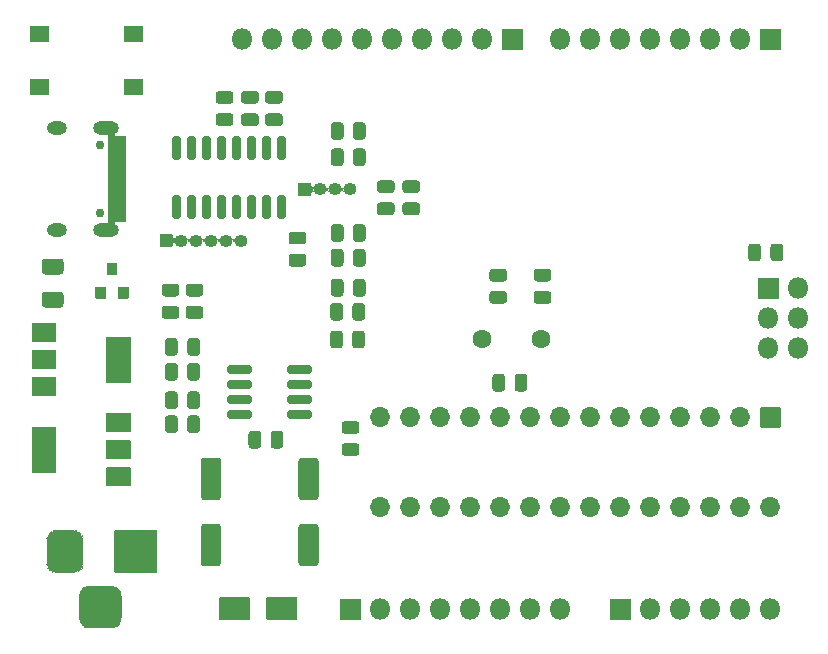
<source format=gbr>
G04 #@! TF.GenerationSoftware,KiCad,Pcbnew,(5.1.9)-1*
G04 #@! TF.CreationDate,2021-03-23T22:38:23+04:00*
G04 #@! TF.ProjectId,stormduino Rev2,73746f72-6d64-4756-996e-6f2052657632,rev?*
G04 #@! TF.SameCoordinates,Original*
G04 #@! TF.FileFunction,Soldermask,Top*
G04 #@! TF.FilePolarity,Negative*
%FSLAX46Y46*%
G04 Gerber Fmt 4.6, Leading zero omitted, Abs format (unit mm)*
G04 Created by KiCad (PCBNEW (5.1.9)-1) date 2021-03-23 22:38:23*
%MOMM*%
%LPD*%
G01*
G04 APERTURE LIST*
%ADD10O,1.102000X1.102000*%
%ADD11C,1.602000*%
%ADD12O,2.202000X1.102000*%
%ADD13C,0.752000*%
%ADD14O,1.702000X1.102000*%
%ADD15O,1.802000X1.802000*%
%ADD16O,1.702000X1.702000*%
%ADD17C,0.100000*%
G04 APERTURE END LIST*
D10*
X128402080Y-65026540D03*
X127132080Y-65026540D03*
X125862080Y-65026540D03*
X124592080Y-65026540D03*
X123322080Y-65026540D03*
G36*
G01*
X122552080Y-65577540D02*
X121552080Y-65577540D01*
G75*
G02*
X121501080Y-65526540I0J51000D01*
G01*
X121501080Y-64526540D01*
G75*
G02*
X121552080Y-64475540I51000J0D01*
G01*
X122552080Y-64475540D01*
G75*
G02*
X122603080Y-64526540I0J-51000D01*
G01*
X122603080Y-65526540D01*
G75*
G02*
X122552080Y-65577540I-51000J0D01*
G01*
G37*
X137604500Y-60706000D03*
X136334500Y-60706000D03*
X135064500Y-60706000D03*
G36*
G01*
X134294500Y-61257000D02*
X133294500Y-61257000D01*
G75*
G02*
X133243500Y-61206000I0J51000D01*
G01*
X133243500Y-60206000D01*
G75*
G02*
X133294500Y-60155000I51000J0D01*
G01*
X134294500Y-60155000D01*
G75*
G02*
X134345500Y-60206000I0J-51000D01*
G01*
X134345500Y-61206000D01*
G75*
G02*
X134294500Y-61257000I-51000J0D01*
G01*
G37*
G36*
G01*
X134697063Y-92612000D02*
X133526937Y-92612000D01*
G75*
G02*
X133261000Y-92346063I0J265937D01*
G01*
X133261000Y-89275937D01*
G75*
G02*
X133526937Y-89010000I265937J0D01*
G01*
X134697063Y-89010000D01*
G75*
G02*
X134963000Y-89275937I0J-265937D01*
G01*
X134963000Y-92346063D01*
G75*
G02*
X134697063Y-92612000I-265937J0D01*
G01*
G37*
G36*
G01*
X134697063Y-87012000D02*
X133526937Y-87012000D01*
G75*
G02*
X133261000Y-86746063I0J265937D01*
G01*
X133261000Y-83675937D01*
G75*
G02*
X133526937Y-83410000I265937J0D01*
G01*
X134697063Y-83410000D01*
G75*
G02*
X134963000Y-83675937I0J-265937D01*
G01*
X134963000Y-86746063D01*
G75*
G02*
X134697063Y-87012000I-265937J0D01*
G01*
G37*
G36*
G01*
X126442063Y-87012000D02*
X125271937Y-87012000D01*
G75*
G02*
X125006000Y-86746063I0J265937D01*
G01*
X125006000Y-83675937D01*
G75*
G02*
X125271937Y-83410000I265937J0D01*
G01*
X126442063Y-83410000D01*
G75*
G02*
X126708000Y-83675937I0J-265937D01*
G01*
X126708000Y-86746063D01*
G75*
G02*
X126442063Y-87012000I-265937J0D01*
G01*
G37*
G36*
G01*
X126442063Y-92612000D02*
X125271937Y-92612000D01*
G75*
G02*
X125006000Y-92346063I0J265937D01*
G01*
X125006000Y-89275937D01*
G75*
G02*
X125271937Y-89010000I265937J0D01*
G01*
X126442063Y-89010000D01*
G75*
G02*
X126708000Y-89275937I0J-265937D01*
G01*
X126708000Y-92346063D01*
G75*
G02*
X126442063Y-92612000I-265937J0D01*
G01*
G37*
D11*
X153797000Y-73342500D03*
X148797000Y-73342500D03*
G36*
G01*
X130543800Y-97089800D02*
X130543800Y-95289800D01*
G75*
G02*
X130594800Y-95238800I51000J0D01*
G01*
X133094800Y-95238800D01*
G75*
G02*
X133145800Y-95289800I0J-51000D01*
G01*
X133145800Y-97089800D01*
G75*
G02*
X133094800Y-97140800I-51000J0D01*
G01*
X130594800Y-97140800D01*
G75*
G02*
X130543800Y-97089800I0J51000D01*
G01*
G37*
G36*
G01*
X126543800Y-97089800D02*
X126543800Y-95289800D01*
G75*
G02*
X126594800Y-95238800I51000J0D01*
G01*
X129094800Y-95238800D01*
G75*
G02*
X129145800Y-95289800I0J-51000D01*
G01*
X129145800Y-97089800D01*
G75*
G02*
X129094800Y-97140800I-51000J0D01*
G01*
X126594800Y-97140800D01*
G75*
G02*
X126543800Y-97089800I0J51000D01*
G01*
G37*
G36*
G01*
X113101400Y-67906800D02*
X111790200Y-67906800D01*
G75*
G02*
X111519800Y-67636400I0J270400D01*
G01*
X111519800Y-66825200D01*
G75*
G02*
X111790200Y-66554800I270400J0D01*
G01*
X113101400Y-66554800D01*
G75*
G02*
X113371800Y-66825200I0J-270400D01*
G01*
X113371800Y-67636400D01*
G75*
G02*
X113101400Y-67906800I-270400J0D01*
G01*
G37*
G36*
G01*
X113101400Y-70706800D02*
X111790200Y-70706800D01*
G75*
G02*
X111519800Y-70436400I0J270400D01*
G01*
X111519800Y-69625200D01*
G75*
G02*
X111790200Y-69354800I270400J0D01*
G01*
X113101400Y-69354800D01*
G75*
G02*
X113371800Y-69625200I0J-270400D01*
G01*
X113371800Y-70436400D01*
G75*
G02*
X113101400Y-70706800I-270400J0D01*
G01*
G37*
G36*
G01*
X150756400Y-76581850D02*
X150756400Y-77545350D01*
G75*
G02*
X150487150Y-77814600I-269250J0D01*
G01*
X149948650Y-77814600D01*
G75*
G02*
X149679400Y-77545350I0J269250D01*
G01*
X149679400Y-76581850D01*
G75*
G02*
X149948650Y-76312600I269250J0D01*
G01*
X150487150Y-76312600D01*
G75*
G02*
X150756400Y-76581850I0J-269250D01*
G01*
G37*
G36*
G01*
X152631400Y-76581850D02*
X152631400Y-77545350D01*
G75*
G02*
X152362150Y-77814600I-269250J0D01*
G01*
X151823650Y-77814600D01*
G75*
G02*
X151554400Y-77545350I0J269250D01*
G01*
X151554400Y-76581850D01*
G75*
G02*
X151823650Y-76312600I269250J0D01*
G01*
X152362150Y-76312600D01*
G75*
G02*
X152631400Y-76581850I0J-269250D01*
G01*
G37*
G36*
G01*
X173220600Y-66521750D02*
X173220600Y-65558250D01*
G75*
G02*
X173489850Y-65289000I269250J0D01*
G01*
X174028350Y-65289000D01*
G75*
G02*
X174297600Y-65558250I0J-269250D01*
G01*
X174297600Y-66521750D01*
G75*
G02*
X174028350Y-66791000I-269250J0D01*
G01*
X173489850Y-66791000D01*
G75*
G02*
X173220600Y-66521750I0J269250D01*
G01*
G37*
G36*
G01*
X171345600Y-66521750D02*
X171345600Y-65558250D01*
G75*
G02*
X171614850Y-65289000I269250J0D01*
G01*
X172153350Y-65289000D01*
G75*
G02*
X172422600Y-65558250I0J-269250D01*
G01*
X172422600Y-66521750D01*
G75*
G02*
X172153350Y-66791000I-269250J0D01*
G01*
X171614850Y-66791000D01*
G75*
G02*
X171345600Y-66521750I0J269250D01*
G01*
G37*
G36*
G01*
X138953500Y-66002750D02*
X138953500Y-66966250D01*
G75*
G02*
X138684250Y-67235500I-269250J0D01*
G01*
X138145750Y-67235500D01*
G75*
G02*
X137876500Y-66966250I0J269250D01*
G01*
X137876500Y-66002750D01*
G75*
G02*
X138145750Y-65733500I269250J0D01*
G01*
X138684250Y-65733500D01*
G75*
G02*
X138953500Y-66002750I0J-269250D01*
G01*
G37*
G36*
G01*
X137078500Y-66002750D02*
X137078500Y-66966250D01*
G75*
G02*
X136809250Y-67235500I-269250J0D01*
G01*
X136270750Y-67235500D01*
G75*
G02*
X136001500Y-66966250I0J269250D01*
G01*
X136001500Y-66002750D01*
G75*
G02*
X136270750Y-65733500I269250J0D01*
G01*
X136809250Y-65733500D01*
G75*
G02*
X137078500Y-66002750I0J-269250D01*
G01*
G37*
G36*
G01*
X117175500Y-62716000D02*
X118625500Y-62716000D01*
G75*
G02*
X118676500Y-62767000I0J-51000D01*
G01*
X118676500Y-63367000D01*
G75*
G02*
X118625500Y-63418000I-51000J0D01*
G01*
X117175500Y-63418000D01*
G75*
G02*
X117124500Y-63367000I0J51000D01*
G01*
X117124500Y-62767000D01*
G75*
G02*
X117175500Y-62716000I51000J0D01*
G01*
G37*
G36*
G01*
X117175500Y-61916000D02*
X118625500Y-61916000D01*
G75*
G02*
X118676500Y-61967000I0J-51000D01*
G01*
X118676500Y-62567000D01*
G75*
G02*
X118625500Y-62618000I-51000J0D01*
G01*
X117175500Y-62618000D01*
G75*
G02*
X117124500Y-62567000I0J51000D01*
G01*
X117124500Y-61967000D01*
G75*
G02*
X117175500Y-61916000I51000J0D01*
G01*
G37*
G36*
G01*
X117175500Y-57016000D02*
X118625500Y-57016000D01*
G75*
G02*
X118676500Y-57067000I0J-51000D01*
G01*
X118676500Y-57667000D01*
G75*
G02*
X118625500Y-57718000I-51000J0D01*
G01*
X117175500Y-57718000D01*
G75*
G02*
X117124500Y-57667000I0J51000D01*
G01*
X117124500Y-57067000D01*
G75*
G02*
X117175500Y-57016000I51000J0D01*
G01*
G37*
G36*
G01*
X117175500Y-56216000D02*
X118625500Y-56216000D01*
G75*
G02*
X118676500Y-56267000I0J-51000D01*
G01*
X118676500Y-56867000D01*
G75*
G02*
X118625500Y-56918000I-51000J0D01*
G01*
X117175500Y-56918000D01*
G75*
G02*
X117124500Y-56867000I0J51000D01*
G01*
X117124500Y-56267000D01*
G75*
G02*
X117175500Y-56216000I51000J0D01*
G01*
G37*
G36*
G01*
X117175500Y-56216000D02*
X118625500Y-56216000D01*
G75*
G02*
X118676500Y-56267000I0J-51000D01*
G01*
X118676500Y-56867000D01*
G75*
G02*
X118625500Y-56918000I-51000J0D01*
G01*
X117175500Y-56918000D01*
G75*
G02*
X117124500Y-56867000I0J51000D01*
G01*
X117124500Y-56267000D01*
G75*
G02*
X117175500Y-56216000I51000J0D01*
G01*
G37*
G36*
G01*
X117175500Y-57016000D02*
X118625500Y-57016000D01*
G75*
G02*
X118676500Y-57067000I0J-51000D01*
G01*
X118676500Y-57667000D01*
G75*
G02*
X118625500Y-57718000I-51000J0D01*
G01*
X117175500Y-57718000D01*
G75*
G02*
X117124500Y-57667000I0J51000D01*
G01*
X117124500Y-57067000D01*
G75*
G02*
X117175500Y-57016000I51000J0D01*
G01*
G37*
G36*
G01*
X117175500Y-61916000D02*
X118625500Y-61916000D01*
G75*
G02*
X118676500Y-61967000I0J-51000D01*
G01*
X118676500Y-62567000D01*
G75*
G02*
X118625500Y-62618000I-51000J0D01*
G01*
X117175500Y-62618000D01*
G75*
G02*
X117124500Y-62567000I0J51000D01*
G01*
X117124500Y-61967000D01*
G75*
G02*
X117175500Y-61916000I51000J0D01*
G01*
G37*
G36*
G01*
X117175500Y-62716000D02*
X118625500Y-62716000D01*
G75*
G02*
X118676500Y-62767000I0J-51000D01*
G01*
X118676500Y-63367000D01*
G75*
G02*
X118625500Y-63418000I-51000J0D01*
G01*
X117175500Y-63418000D01*
G75*
G02*
X117124500Y-63367000I0J51000D01*
G01*
X117124500Y-62767000D01*
G75*
G02*
X117175500Y-62716000I51000J0D01*
G01*
G37*
G36*
G01*
X117175500Y-57866000D02*
X118625500Y-57866000D01*
G75*
G02*
X118676500Y-57917000I0J-51000D01*
G01*
X118676500Y-58217000D01*
G75*
G02*
X118625500Y-58268000I-51000J0D01*
G01*
X117175500Y-58268000D01*
G75*
G02*
X117124500Y-58217000I0J51000D01*
G01*
X117124500Y-57917000D01*
G75*
G02*
X117175500Y-57866000I51000J0D01*
G01*
G37*
G36*
G01*
X117175500Y-58366000D02*
X118625500Y-58366000D01*
G75*
G02*
X118676500Y-58417000I0J-51000D01*
G01*
X118676500Y-58717000D01*
G75*
G02*
X118625500Y-58768000I-51000J0D01*
G01*
X117175500Y-58768000D01*
G75*
G02*
X117124500Y-58717000I0J51000D01*
G01*
X117124500Y-58417000D01*
G75*
G02*
X117175500Y-58366000I51000J0D01*
G01*
G37*
G36*
G01*
X117175500Y-58866000D02*
X118625500Y-58866000D01*
G75*
G02*
X118676500Y-58917000I0J-51000D01*
G01*
X118676500Y-59217000D01*
G75*
G02*
X118625500Y-59268000I-51000J0D01*
G01*
X117175500Y-59268000D01*
G75*
G02*
X117124500Y-59217000I0J51000D01*
G01*
X117124500Y-58917000D01*
G75*
G02*
X117175500Y-58866000I51000J0D01*
G01*
G37*
G36*
G01*
X117175500Y-59866000D02*
X118625500Y-59866000D01*
G75*
G02*
X118676500Y-59917000I0J-51000D01*
G01*
X118676500Y-60217000D01*
G75*
G02*
X118625500Y-60268000I-51000J0D01*
G01*
X117175500Y-60268000D01*
G75*
G02*
X117124500Y-60217000I0J51000D01*
G01*
X117124500Y-59917000D01*
G75*
G02*
X117175500Y-59866000I51000J0D01*
G01*
G37*
G36*
G01*
X117175500Y-60366000D02*
X118625500Y-60366000D01*
G75*
G02*
X118676500Y-60417000I0J-51000D01*
G01*
X118676500Y-60717000D01*
G75*
G02*
X118625500Y-60768000I-51000J0D01*
G01*
X117175500Y-60768000D01*
G75*
G02*
X117124500Y-60717000I0J51000D01*
G01*
X117124500Y-60417000D01*
G75*
G02*
X117175500Y-60366000I51000J0D01*
G01*
G37*
G36*
G01*
X117175500Y-60866000D02*
X118625500Y-60866000D01*
G75*
G02*
X118676500Y-60917000I0J-51000D01*
G01*
X118676500Y-61217000D01*
G75*
G02*
X118625500Y-61268000I-51000J0D01*
G01*
X117175500Y-61268000D01*
G75*
G02*
X117124500Y-61217000I0J51000D01*
G01*
X117124500Y-60917000D01*
G75*
G02*
X117175500Y-60866000I51000J0D01*
G01*
G37*
G36*
G01*
X117175500Y-61366000D02*
X118625500Y-61366000D01*
G75*
G02*
X118676500Y-61417000I0J-51000D01*
G01*
X118676500Y-61717000D01*
G75*
G02*
X118625500Y-61768000I-51000J0D01*
G01*
X117175500Y-61768000D01*
G75*
G02*
X117124500Y-61717000I0J51000D01*
G01*
X117124500Y-61417000D01*
G75*
G02*
X117175500Y-61366000I51000J0D01*
G01*
G37*
G36*
G01*
X117175500Y-59366000D02*
X118625500Y-59366000D01*
G75*
G02*
X118676500Y-59417000I0J-51000D01*
G01*
X118676500Y-59717000D01*
G75*
G02*
X118625500Y-59768000I-51000J0D01*
G01*
X117175500Y-59768000D01*
G75*
G02*
X117124500Y-59717000I0J51000D01*
G01*
X117124500Y-59417000D01*
G75*
G02*
X117175500Y-59366000I51000J0D01*
G01*
G37*
D12*
X116985500Y-64137000D03*
X116985500Y-55497000D03*
D13*
X116455500Y-56927000D03*
D14*
X112805500Y-55497000D03*
D13*
X116455500Y-62707000D03*
D14*
X112805500Y-64137000D03*
D15*
X175577500Y-74168000D03*
X173037500Y-74168000D03*
X175577500Y-71628000D03*
X173037500Y-71628000D03*
X175577500Y-69088000D03*
G36*
G01*
X172136500Y-69938000D02*
X172136500Y-68238000D01*
G75*
G02*
X172187500Y-68187000I51000J0D01*
G01*
X173887500Y-68187000D01*
G75*
G02*
X173938500Y-68238000I0J-51000D01*
G01*
X173938500Y-69938000D01*
G75*
G02*
X173887500Y-69989000I-51000J0D01*
G01*
X172187500Y-69989000D01*
G75*
G02*
X172136500Y-69938000I0J51000D01*
G01*
G37*
G36*
G01*
X172428000Y-79159000D02*
X174028000Y-79159000D01*
G75*
G02*
X174079000Y-79210000I0J-51000D01*
G01*
X174079000Y-80810000D01*
G75*
G02*
X174028000Y-80861000I-51000J0D01*
G01*
X172428000Y-80861000D01*
G75*
G02*
X172377000Y-80810000I0J51000D01*
G01*
X172377000Y-79210000D01*
G75*
G02*
X172428000Y-79159000I51000J0D01*
G01*
G37*
D16*
X140208000Y-87630000D03*
X170688000Y-80010000D03*
X142748000Y-87630000D03*
X168148000Y-80010000D03*
X145288000Y-87630000D03*
X165608000Y-80010000D03*
X147828000Y-87630000D03*
X163068000Y-80010000D03*
X150368000Y-87630000D03*
X160528000Y-80010000D03*
X152908000Y-87630000D03*
X157988000Y-80010000D03*
X155448000Y-87630000D03*
X155448000Y-80010000D03*
X157988000Y-87630000D03*
X152908000Y-80010000D03*
X160528000Y-87630000D03*
X150368000Y-80010000D03*
X163068000Y-87630000D03*
X147828000Y-80010000D03*
X165608000Y-87630000D03*
X145288000Y-80010000D03*
X168148000Y-87630000D03*
X142748000Y-80010000D03*
X170688000Y-87630000D03*
X140208000Y-80010000D03*
X173228000Y-87630000D03*
G36*
G01*
X150659250Y-70373500D02*
X149695750Y-70373500D01*
G75*
G02*
X149426500Y-70104250I0J269250D01*
G01*
X149426500Y-69565750D01*
G75*
G02*
X149695750Y-69296500I269250J0D01*
G01*
X150659250Y-69296500D01*
G75*
G02*
X150928500Y-69565750I0J-269250D01*
G01*
X150928500Y-70104250D01*
G75*
G02*
X150659250Y-70373500I-269250J0D01*
G01*
G37*
G36*
G01*
X150659250Y-68498500D02*
X149695750Y-68498500D01*
G75*
G02*
X149426500Y-68229250I0J269250D01*
G01*
X149426500Y-67690750D01*
G75*
G02*
X149695750Y-67421500I269250J0D01*
G01*
X150659250Y-67421500D01*
G75*
G02*
X150928500Y-67690750I0J-269250D01*
G01*
X150928500Y-68229250D01*
G75*
G02*
X150659250Y-68498500I-269250J0D01*
G01*
G37*
G36*
G01*
X153442250Y-69296500D02*
X154405750Y-69296500D01*
G75*
G02*
X154675000Y-69565750I0J-269250D01*
G01*
X154675000Y-70104250D01*
G75*
G02*
X154405750Y-70373500I-269250J0D01*
G01*
X153442250Y-70373500D01*
G75*
G02*
X153173000Y-70104250I0J269250D01*
G01*
X153173000Y-69565750D01*
G75*
G02*
X153442250Y-69296500I269250J0D01*
G01*
G37*
G36*
G01*
X153442250Y-67421500D02*
X154405750Y-67421500D01*
G75*
G02*
X154675000Y-67690750I0J-269250D01*
G01*
X154675000Y-68229250D01*
G75*
G02*
X154405750Y-68498500I-269250J0D01*
G01*
X153442250Y-68498500D01*
G75*
G02*
X153173000Y-68229250I0J269250D01*
G01*
X153173000Y-67690750D01*
G75*
G02*
X153442250Y-67421500I269250J0D01*
G01*
G37*
G36*
G01*
X138953500Y-63907250D02*
X138953500Y-64870750D01*
G75*
G02*
X138684250Y-65140000I-269250J0D01*
G01*
X138145750Y-65140000D01*
G75*
G02*
X137876500Y-64870750I0J269250D01*
G01*
X137876500Y-63907250D01*
G75*
G02*
X138145750Y-63638000I269250J0D01*
G01*
X138684250Y-63638000D01*
G75*
G02*
X138953500Y-63907250I0J-269250D01*
G01*
G37*
G36*
G01*
X137078500Y-63907250D02*
X137078500Y-64870750D01*
G75*
G02*
X136809250Y-65140000I-269250J0D01*
G01*
X136270750Y-65140000D01*
G75*
G02*
X136001500Y-64870750I0J269250D01*
G01*
X136001500Y-63907250D01*
G75*
G02*
X136270750Y-63638000I269250J0D01*
G01*
X136809250Y-63638000D01*
G75*
G02*
X137078500Y-63907250I0J-269250D01*
G01*
G37*
G36*
G01*
X136001500Y-69506250D02*
X136001500Y-68542750D01*
G75*
G02*
X136270750Y-68273500I269250J0D01*
G01*
X136809250Y-68273500D01*
G75*
G02*
X137078500Y-68542750I0J-269250D01*
G01*
X137078500Y-69506250D01*
G75*
G02*
X136809250Y-69775500I-269250J0D01*
G01*
X136270750Y-69775500D01*
G75*
G02*
X136001500Y-69506250I0J269250D01*
G01*
G37*
G36*
G01*
X137876500Y-69506250D02*
X137876500Y-68542750D01*
G75*
G02*
X138145750Y-68273500I269250J0D01*
G01*
X138684250Y-68273500D01*
G75*
G02*
X138953500Y-68542750I0J-269250D01*
G01*
X138953500Y-69506250D01*
G75*
G02*
X138684250Y-69775500I-269250J0D01*
G01*
X138145750Y-69775500D01*
G75*
G02*
X137876500Y-69506250I0J269250D01*
G01*
G37*
G36*
G01*
X136001500Y-58457250D02*
X136001500Y-57493750D01*
G75*
G02*
X136270750Y-57224500I269250J0D01*
G01*
X136809250Y-57224500D01*
G75*
G02*
X137078500Y-57493750I0J-269250D01*
G01*
X137078500Y-58457250D01*
G75*
G02*
X136809250Y-58726500I-269250J0D01*
G01*
X136270750Y-58726500D01*
G75*
G02*
X136001500Y-58457250I0J269250D01*
G01*
G37*
G36*
G01*
X137876500Y-58457250D02*
X137876500Y-57493750D01*
G75*
G02*
X138145750Y-57224500I269250J0D01*
G01*
X138684250Y-57224500D01*
G75*
G02*
X138953500Y-57493750I0J-269250D01*
G01*
X138953500Y-58457250D01*
G75*
G02*
X138684250Y-58726500I-269250J0D01*
G01*
X138145750Y-58726500D01*
G75*
G02*
X137876500Y-58457250I0J269250D01*
G01*
G37*
G36*
G01*
X137876500Y-56234750D02*
X137876500Y-55271250D01*
G75*
G02*
X138145750Y-55002000I269250J0D01*
G01*
X138684250Y-55002000D01*
G75*
G02*
X138953500Y-55271250I0J-269250D01*
G01*
X138953500Y-56234750D01*
G75*
G02*
X138684250Y-56504000I-269250J0D01*
G01*
X138145750Y-56504000D01*
G75*
G02*
X137876500Y-56234750I0J269250D01*
G01*
G37*
G36*
G01*
X136001500Y-56234750D02*
X136001500Y-55271250D01*
G75*
G02*
X136270750Y-55002000I269250J0D01*
G01*
X136809250Y-55002000D01*
G75*
G02*
X137078500Y-55271250I0J-269250D01*
G01*
X137078500Y-56234750D01*
G75*
G02*
X136809250Y-56504000I-269250J0D01*
G01*
X136270750Y-56504000D01*
G75*
G02*
X136001500Y-56234750I0J269250D01*
G01*
G37*
G36*
G01*
X131650500Y-61139000D02*
X132001500Y-61139000D01*
G75*
G02*
X132177000Y-61314500I0J-175500D01*
G01*
X132177000Y-63015500D01*
G75*
G02*
X132001500Y-63191000I-175500J0D01*
G01*
X131650500Y-63191000D01*
G75*
G02*
X131475000Y-63015500I0J175500D01*
G01*
X131475000Y-61314500D01*
G75*
G02*
X131650500Y-61139000I175500J0D01*
G01*
G37*
G36*
G01*
X130380500Y-61139000D02*
X130731500Y-61139000D01*
G75*
G02*
X130907000Y-61314500I0J-175500D01*
G01*
X130907000Y-63015500D01*
G75*
G02*
X130731500Y-63191000I-175500J0D01*
G01*
X130380500Y-63191000D01*
G75*
G02*
X130205000Y-63015500I0J175500D01*
G01*
X130205000Y-61314500D01*
G75*
G02*
X130380500Y-61139000I175500J0D01*
G01*
G37*
G36*
G01*
X129110500Y-61139000D02*
X129461500Y-61139000D01*
G75*
G02*
X129637000Y-61314500I0J-175500D01*
G01*
X129637000Y-63015500D01*
G75*
G02*
X129461500Y-63191000I-175500J0D01*
G01*
X129110500Y-63191000D01*
G75*
G02*
X128935000Y-63015500I0J175500D01*
G01*
X128935000Y-61314500D01*
G75*
G02*
X129110500Y-61139000I175500J0D01*
G01*
G37*
G36*
G01*
X127840500Y-61139000D02*
X128191500Y-61139000D01*
G75*
G02*
X128367000Y-61314500I0J-175500D01*
G01*
X128367000Y-63015500D01*
G75*
G02*
X128191500Y-63191000I-175500J0D01*
G01*
X127840500Y-63191000D01*
G75*
G02*
X127665000Y-63015500I0J175500D01*
G01*
X127665000Y-61314500D01*
G75*
G02*
X127840500Y-61139000I175500J0D01*
G01*
G37*
G36*
G01*
X126570500Y-61139000D02*
X126921500Y-61139000D01*
G75*
G02*
X127097000Y-61314500I0J-175500D01*
G01*
X127097000Y-63015500D01*
G75*
G02*
X126921500Y-63191000I-175500J0D01*
G01*
X126570500Y-63191000D01*
G75*
G02*
X126395000Y-63015500I0J175500D01*
G01*
X126395000Y-61314500D01*
G75*
G02*
X126570500Y-61139000I175500J0D01*
G01*
G37*
G36*
G01*
X125300500Y-61139000D02*
X125651500Y-61139000D01*
G75*
G02*
X125827000Y-61314500I0J-175500D01*
G01*
X125827000Y-63015500D01*
G75*
G02*
X125651500Y-63191000I-175500J0D01*
G01*
X125300500Y-63191000D01*
G75*
G02*
X125125000Y-63015500I0J175500D01*
G01*
X125125000Y-61314500D01*
G75*
G02*
X125300500Y-61139000I175500J0D01*
G01*
G37*
G36*
G01*
X124030500Y-61139000D02*
X124381500Y-61139000D01*
G75*
G02*
X124557000Y-61314500I0J-175500D01*
G01*
X124557000Y-63015500D01*
G75*
G02*
X124381500Y-63191000I-175500J0D01*
G01*
X124030500Y-63191000D01*
G75*
G02*
X123855000Y-63015500I0J175500D01*
G01*
X123855000Y-61314500D01*
G75*
G02*
X124030500Y-61139000I175500J0D01*
G01*
G37*
G36*
G01*
X122760500Y-61139000D02*
X123111500Y-61139000D01*
G75*
G02*
X123287000Y-61314500I0J-175500D01*
G01*
X123287000Y-63015500D01*
G75*
G02*
X123111500Y-63191000I-175500J0D01*
G01*
X122760500Y-63191000D01*
G75*
G02*
X122585000Y-63015500I0J175500D01*
G01*
X122585000Y-61314500D01*
G75*
G02*
X122760500Y-61139000I175500J0D01*
G01*
G37*
G36*
G01*
X122760500Y-56189000D02*
X123111500Y-56189000D01*
G75*
G02*
X123287000Y-56364500I0J-175500D01*
G01*
X123287000Y-58065500D01*
G75*
G02*
X123111500Y-58241000I-175500J0D01*
G01*
X122760500Y-58241000D01*
G75*
G02*
X122585000Y-58065500I0J175500D01*
G01*
X122585000Y-56364500D01*
G75*
G02*
X122760500Y-56189000I175500J0D01*
G01*
G37*
G36*
G01*
X124030500Y-56189000D02*
X124381500Y-56189000D01*
G75*
G02*
X124557000Y-56364500I0J-175500D01*
G01*
X124557000Y-58065500D01*
G75*
G02*
X124381500Y-58241000I-175500J0D01*
G01*
X124030500Y-58241000D01*
G75*
G02*
X123855000Y-58065500I0J175500D01*
G01*
X123855000Y-56364500D01*
G75*
G02*
X124030500Y-56189000I175500J0D01*
G01*
G37*
G36*
G01*
X125300500Y-56189000D02*
X125651500Y-56189000D01*
G75*
G02*
X125827000Y-56364500I0J-175500D01*
G01*
X125827000Y-58065500D01*
G75*
G02*
X125651500Y-58241000I-175500J0D01*
G01*
X125300500Y-58241000D01*
G75*
G02*
X125125000Y-58065500I0J175500D01*
G01*
X125125000Y-56364500D01*
G75*
G02*
X125300500Y-56189000I175500J0D01*
G01*
G37*
G36*
G01*
X126570500Y-56189000D02*
X126921500Y-56189000D01*
G75*
G02*
X127097000Y-56364500I0J-175500D01*
G01*
X127097000Y-58065500D01*
G75*
G02*
X126921500Y-58241000I-175500J0D01*
G01*
X126570500Y-58241000D01*
G75*
G02*
X126395000Y-58065500I0J175500D01*
G01*
X126395000Y-56364500D01*
G75*
G02*
X126570500Y-56189000I175500J0D01*
G01*
G37*
G36*
G01*
X127840500Y-56189000D02*
X128191500Y-56189000D01*
G75*
G02*
X128367000Y-56364500I0J-175500D01*
G01*
X128367000Y-58065500D01*
G75*
G02*
X128191500Y-58241000I-175500J0D01*
G01*
X127840500Y-58241000D01*
G75*
G02*
X127665000Y-58065500I0J175500D01*
G01*
X127665000Y-56364500D01*
G75*
G02*
X127840500Y-56189000I175500J0D01*
G01*
G37*
G36*
G01*
X129110500Y-56189000D02*
X129461500Y-56189000D01*
G75*
G02*
X129637000Y-56364500I0J-175500D01*
G01*
X129637000Y-58065500D01*
G75*
G02*
X129461500Y-58241000I-175500J0D01*
G01*
X129110500Y-58241000D01*
G75*
G02*
X128935000Y-58065500I0J175500D01*
G01*
X128935000Y-56364500D01*
G75*
G02*
X129110500Y-56189000I175500J0D01*
G01*
G37*
G36*
G01*
X130380500Y-56189000D02*
X130731500Y-56189000D01*
G75*
G02*
X130907000Y-56364500I0J-175500D01*
G01*
X130907000Y-58065500D01*
G75*
G02*
X130731500Y-58241000I-175500J0D01*
G01*
X130380500Y-58241000D01*
G75*
G02*
X130205000Y-58065500I0J175500D01*
G01*
X130205000Y-56364500D01*
G75*
G02*
X130380500Y-56189000I175500J0D01*
G01*
G37*
G36*
G01*
X131650500Y-56189000D02*
X132001500Y-56189000D01*
G75*
G02*
X132177000Y-56364500I0J-175500D01*
G01*
X132177000Y-58065500D01*
G75*
G02*
X132001500Y-58241000I-175500J0D01*
G01*
X131650500Y-58241000D01*
G75*
G02*
X131475000Y-58065500I0J175500D01*
G01*
X131475000Y-56364500D01*
G75*
G02*
X131650500Y-56189000I175500J0D01*
G01*
G37*
G36*
G01*
X128677250Y-52372000D02*
X129640750Y-52372000D01*
G75*
G02*
X129910000Y-52641250I0J-269250D01*
G01*
X129910000Y-53179750D01*
G75*
G02*
X129640750Y-53449000I-269250J0D01*
G01*
X128677250Y-53449000D01*
G75*
G02*
X128408000Y-53179750I0J269250D01*
G01*
X128408000Y-52641250D01*
G75*
G02*
X128677250Y-52372000I269250J0D01*
G01*
G37*
G36*
G01*
X128677250Y-54247000D02*
X129640750Y-54247000D01*
G75*
G02*
X129910000Y-54516250I0J-269250D01*
G01*
X129910000Y-55054750D01*
G75*
G02*
X129640750Y-55324000I-269250J0D01*
G01*
X128677250Y-55324000D01*
G75*
G02*
X128408000Y-55054750I0J269250D01*
G01*
X128408000Y-54516250D01*
G75*
G02*
X128677250Y-54247000I269250J0D01*
G01*
G37*
G36*
G01*
X135953000Y-71538250D02*
X135953000Y-70574750D01*
G75*
G02*
X136222250Y-70305500I269250J0D01*
G01*
X136760750Y-70305500D01*
G75*
G02*
X137030000Y-70574750I0J-269250D01*
G01*
X137030000Y-71538250D01*
G75*
G02*
X136760750Y-71807500I-269250J0D01*
G01*
X136222250Y-71807500D01*
G75*
G02*
X135953000Y-71538250I0J269250D01*
G01*
G37*
G36*
G01*
X137828000Y-71538250D02*
X137828000Y-70574750D01*
G75*
G02*
X138097250Y-70305500I269250J0D01*
G01*
X138635750Y-70305500D01*
G75*
G02*
X138905000Y-70574750I0J-269250D01*
G01*
X138905000Y-71538250D01*
G75*
G02*
X138635750Y-71807500I-269250J0D01*
G01*
X138097250Y-71807500D01*
G75*
G02*
X137828000Y-71538250I0J269250D01*
G01*
G37*
G36*
G01*
X140170750Y-59928500D02*
X141134250Y-59928500D01*
G75*
G02*
X141403500Y-60197750I0J-269250D01*
G01*
X141403500Y-60736250D01*
G75*
G02*
X141134250Y-61005500I-269250J0D01*
G01*
X140170750Y-61005500D01*
G75*
G02*
X139901500Y-60736250I0J269250D01*
G01*
X139901500Y-60197750D01*
G75*
G02*
X140170750Y-59928500I269250J0D01*
G01*
G37*
G36*
G01*
X140170750Y-61803500D02*
X141134250Y-61803500D01*
G75*
G02*
X141403500Y-62072750I0J-269250D01*
G01*
X141403500Y-62611250D01*
G75*
G02*
X141134250Y-62880500I-269250J0D01*
G01*
X140170750Y-62880500D01*
G75*
G02*
X139901500Y-62611250I0J269250D01*
G01*
X139901500Y-62072750D01*
G75*
G02*
X140170750Y-61803500I269250J0D01*
G01*
G37*
G36*
G01*
X130709250Y-52372000D02*
X131672750Y-52372000D01*
G75*
G02*
X131942000Y-52641250I0J-269250D01*
G01*
X131942000Y-53179750D01*
G75*
G02*
X131672750Y-53449000I-269250J0D01*
G01*
X130709250Y-53449000D01*
G75*
G02*
X130440000Y-53179750I0J269250D01*
G01*
X130440000Y-52641250D01*
G75*
G02*
X130709250Y-52372000I269250J0D01*
G01*
G37*
G36*
G01*
X130709250Y-54247000D02*
X131672750Y-54247000D01*
G75*
G02*
X131942000Y-54516250I0J-269250D01*
G01*
X131942000Y-55054750D01*
G75*
G02*
X131672750Y-55324000I-269250J0D01*
G01*
X130709250Y-55324000D01*
G75*
G02*
X130440000Y-55054750I0J269250D01*
G01*
X130440000Y-54516250D01*
G75*
G02*
X130709250Y-54247000I269250J0D01*
G01*
G37*
G36*
G01*
X124920000Y-78067750D02*
X124920000Y-79031250D01*
G75*
G02*
X124650750Y-79300500I-269250J0D01*
G01*
X124112250Y-79300500D01*
G75*
G02*
X123843000Y-79031250I0J269250D01*
G01*
X123843000Y-78067750D01*
G75*
G02*
X124112250Y-77798500I269250J0D01*
G01*
X124650750Y-77798500D01*
G75*
G02*
X124920000Y-78067750I0J-269250D01*
G01*
G37*
G36*
G01*
X123045000Y-78067750D02*
X123045000Y-79031250D01*
G75*
G02*
X122775750Y-79300500I-269250J0D01*
G01*
X122237250Y-79300500D01*
G75*
G02*
X121968000Y-79031250I0J269250D01*
G01*
X121968000Y-78067750D01*
G75*
G02*
X122237250Y-77798500I269250J0D01*
G01*
X122775750Y-77798500D01*
G75*
G02*
X123045000Y-78067750I0J-269250D01*
G01*
G37*
G36*
G01*
X143293250Y-62880500D02*
X142329750Y-62880500D01*
G75*
G02*
X142060500Y-62611250I0J269250D01*
G01*
X142060500Y-62072750D01*
G75*
G02*
X142329750Y-61803500I269250J0D01*
G01*
X143293250Y-61803500D01*
G75*
G02*
X143562500Y-62072750I0J-269250D01*
G01*
X143562500Y-62611250D01*
G75*
G02*
X143293250Y-62880500I-269250J0D01*
G01*
G37*
G36*
G01*
X143293250Y-61005500D02*
X142329750Y-61005500D01*
G75*
G02*
X142060500Y-60736250I0J269250D01*
G01*
X142060500Y-60197750D01*
G75*
G02*
X142329750Y-59928500I269250J0D01*
G01*
X143293250Y-59928500D01*
G75*
G02*
X143562500Y-60197750I0J-269250D01*
G01*
X143562500Y-60736250D01*
G75*
G02*
X143293250Y-61005500I-269250J0D01*
G01*
G37*
G36*
G01*
X121968000Y-81063250D02*
X121968000Y-80099750D01*
G75*
G02*
X122237250Y-79830500I269250J0D01*
G01*
X122775750Y-79830500D01*
G75*
G02*
X123045000Y-80099750I0J-269250D01*
G01*
X123045000Y-81063250D01*
G75*
G02*
X122775750Y-81332500I-269250J0D01*
G01*
X122237250Y-81332500D01*
G75*
G02*
X121968000Y-81063250I0J269250D01*
G01*
G37*
G36*
G01*
X123843000Y-81063250D02*
X123843000Y-80099750D01*
G75*
G02*
X124112250Y-79830500I269250J0D01*
G01*
X124650750Y-79830500D01*
G75*
G02*
X124920000Y-80099750I0J-269250D01*
G01*
X124920000Y-81063250D01*
G75*
G02*
X124650750Y-81332500I-269250J0D01*
G01*
X124112250Y-81332500D01*
G75*
G02*
X123843000Y-81063250I0J269250D01*
G01*
G37*
G36*
G01*
X135938000Y-73887750D02*
X135938000Y-72924250D01*
G75*
G02*
X136207250Y-72655000I269250J0D01*
G01*
X136745750Y-72655000D01*
G75*
G02*
X137015000Y-72924250I0J-269250D01*
G01*
X137015000Y-73887750D01*
G75*
G02*
X136745750Y-74157000I-269250J0D01*
G01*
X136207250Y-74157000D01*
G75*
G02*
X135938000Y-73887750I0J269250D01*
G01*
G37*
G36*
G01*
X137813000Y-73887750D02*
X137813000Y-72924250D01*
G75*
G02*
X138082250Y-72655000I269250J0D01*
G01*
X138620750Y-72655000D01*
G75*
G02*
X138890000Y-72924250I0J-269250D01*
G01*
X138890000Y-73887750D01*
G75*
G02*
X138620750Y-74157000I-269250J0D01*
G01*
X138082250Y-74157000D01*
G75*
G02*
X137813000Y-73887750I0J269250D01*
G01*
G37*
G36*
G01*
X138149750Y-83264000D02*
X137186250Y-83264000D01*
G75*
G02*
X136917000Y-82994750I0J269250D01*
G01*
X136917000Y-82456250D01*
G75*
G02*
X137186250Y-82187000I269250J0D01*
G01*
X138149750Y-82187000D01*
G75*
G02*
X138419000Y-82456250I0J-269250D01*
G01*
X138419000Y-82994750D01*
G75*
G02*
X138149750Y-83264000I-269250J0D01*
G01*
G37*
G36*
G01*
X138149750Y-81389000D02*
X137186250Y-81389000D01*
G75*
G02*
X136917000Y-81119750I0J269250D01*
G01*
X136917000Y-80581250D01*
G75*
G02*
X137186250Y-80312000I269250J0D01*
G01*
X138149750Y-80312000D01*
G75*
G02*
X138419000Y-80581250I0J-269250D01*
G01*
X138419000Y-81119750D01*
G75*
G02*
X138149750Y-81389000I-269250J0D01*
G01*
G37*
G36*
G01*
X133653950Y-67234060D02*
X132690450Y-67234060D01*
G75*
G02*
X132421200Y-66964810I0J269250D01*
G01*
X132421200Y-66426310D01*
G75*
G02*
X132690450Y-66157060I269250J0D01*
G01*
X133653950Y-66157060D01*
G75*
G02*
X133923200Y-66426310I0J-269250D01*
G01*
X133923200Y-66964810D01*
G75*
G02*
X133653950Y-67234060I-269250J0D01*
G01*
G37*
G36*
G01*
X133653950Y-65359060D02*
X132690450Y-65359060D01*
G75*
G02*
X132421200Y-65089810I0J269250D01*
G01*
X132421200Y-64551310D01*
G75*
G02*
X132690450Y-64282060I269250J0D01*
G01*
X133653950Y-64282060D01*
G75*
G02*
X133923200Y-64551310I0J-269250D01*
G01*
X133923200Y-65089810D01*
G75*
G02*
X133653950Y-65359060I-269250J0D01*
G01*
G37*
G36*
G01*
X124941750Y-71643500D02*
X123978250Y-71643500D01*
G75*
G02*
X123709000Y-71374250I0J269250D01*
G01*
X123709000Y-70835750D01*
G75*
G02*
X123978250Y-70566500I269250J0D01*
G01*
X124941750Y-70566500D01*
G75*
G02*
X125211000Y-70835750I0J-269250D01*
G01*
X125211000Y-71374250D01*
G75*
G02*
X124941750Y-71643500I-269250J0D01*
G01*
G37*
G36*
G01*
X124941750Y-69768500D02*
X123978250Y-69768500D01*
G75*
G02*
X123709000Y-69499250I0J269250D01*
G01*
X123709000Y-68960750D01*
G75*
G02*
X123978250Y-68691500I269250J0D01*
G01*
X124941750Y-68691500D01*
G75*
G02*
X125211000Y-68960750I0J-269250D01*
G01*
X125211000Y-69499250D01*
G75*
G02*
X124941750Y-69768500I-269250J0D01*
G01*
G37*
G36*
G01*
X129029200Y-82371350D02*
X129029200Y-81407850D01*
G75*
G02*
X129298450Y-81138600I269250J0D01*
G01*
X129836950Y-81138600D01*
G75*
G02*
X130106200Y-81407850I0J-269250D01*
G01*
X130106200Y-82371350D01*
G75*
G02*
X129836950Y-82640600I-269250J0D01*
G01*
X129298450Y-82640600D01*
G75*
G02*
X129029200Y-82371350I0J269250D01*
G01*
G37*
G36*
G01*
X130904200Y-82371350D02*
X130904200Y-81407850D01*
G75*
G02*
X131173450Y-81138600I269250J0D01*
G01*
X131711950Y-81138600D01*
G75*
G02*
X131981200Y-81407850I0J-269250D01*
G01*
X131981200Y-82371350D01*
G75*
G02*
X131711950Y-82640600I-269250J0D01*
G01*
X131173450Y-82640600D01*
G75*
G02*
X130904200Y-82371350I0J269250D01*
G01*
G37*
G36*
G01*
X121968000Y-74522750D02*
X121968000Y-73559250D01*
G75*
G02*
X122237250Y-73290000I269250J0D01*
G01*
X122775750Y-73290000D01*
G75*
G02*
X123045000Y-73559250I0J-269250D01*
G01*
X123045000Y-74522750D01*
G75*
G02*
X122775750Y-74792000I-269250J0D01*
G01*
X122237250Y-74792000D01*
G75*
G02*
X121968000Y-74522750I0J269250D01*
G01*
G37*
G36*
G01*
X123843000Y-74522750D02*
X123843000Y-73559250D01*
G75*
G02*
X124112250Y-73290000I269250J0D01*
G01*
X124650750Y-73290000D01*
G75*
G02*
X124920000Y-73559250I0J-269250D01*
G01*
X124920000Y-74522750D01*
G75*
G02*
X124650750Y-74792000I-269250J0D01*
G01*
X124112250Y-74792000D01*
G75*
G02*
X123843000Y-74522750I0J269250D01*
G01*
G37*
G36*
G01*
X122909750Y-71643500D02*
X121946250Y-71643500D01*
G75*
G02*
X121677000Y-71374250I0J269250D01*
G01*
X121677000Y-70835750D01*
G75*
G02*
X121946250Y-70566500I269250J0D01*
G01*
X122909750Y-70566500D01*
G75*
G02*
X123179000Y-70835750I0J-269250D01*
G01*
X123179000Y-71374250D01*
G75*
G02*
X122909750Y-71643500I-269250J0D01*
G01*
G37*
G36*
G01*
X122909750Y-69768500D02*
X121946250Y-69768500D01*
G75*
G02*
X121677000Y-69499250I0J269250D01*
G01*
X121677000Y-68960750D01*
G75*
G02*
X121946250Y-68691500I269250J0D01*
G01*
X122909750Y-68691500D01*
G75*
G02*
X123179000Y-68960750I0J-269250D01*
G01*
X123179000Y-69499250D01*
G75*
G02*
X122909750Y-69768500I-269250J0D01*
G01*
G37*
G36*
G01*
X126518250Y-54247000D02*
X127481750Y-54247000D01*
G75*
G02*
X127751000Y-54516250I0J-269250D01*
G01*
X127751000Y-55054750D01*
G75*
G02*
X127481750Y-55324000I-269250J0D01*
G01*
X126518250Y-55324000D01*
G75*
G02*
X126249000Y-55054750I0J269250D01*
G01*
X126249000Y-54516250D01*
G75*
G02*
X126518250Y-54247000I269250J0D01*
G01*
G37*
G36*
G01*
X126518250Y-52372000D02*
X127481750Y-52372000D01*
G75*
G02*
X127751000Y-52641250I0J-269250D01*
G01*
X127751000Y-53179750D01*
G75*
G02*
X127481750Y-53449000I-269250J0D01*
G01*
X126518250Y-53449000D01*
G75*
G02*
X126249000Y-53179750I0J269250D01*
G01*
X126249000Y-52641250D01*
G75*
G02*
X126518250Y-52372000I269250J0D01*
G01*
G37*
G36*
G01*
X123843000Y-76618250D02*
X123843000Y-75654750D01*
G75*
G02*
X124112250Y-75385500I269250J0D01*
G01*
X124650750Y-75385500D01*
G75*
G02*
X124920000Y-75654750I0J-269250D01*
G01*
X124920000Y-76618250D01*
G75*
G02*
X124650750Y-76887500I-269250J0D01*
G01*
X124112250Y-76887500D01*
G75*
G02*
X123843000Y-76618250I0J269250D01*
G01*
G37*
G36*
G01*
X121968000Y-76618250D02*
X121968000Y-75654750D01*
G75*
G02*
X122237250Y-75385500I269250J0D01*
G01*
X122775750Y-75385500D01*
G75*
G02*
X123045000Y-75654750I0J-269250D01*
G01*
X123045000Y-76618250D01*
G75*
G02*
X122775750Y-76887500I-269250J0D01*
G01*
X122237250Y-76887500D01*
G75*
G02*
X121968000Y-76618250I0J269250D01*
G01*
G37*
G36*
G01*
X117875000Y-67954000D02*
X117075000Y-67954000D01*
G75*
G02*
X117024000Y-67903000I0J51000D01*
G01*
X117024000Y-67003000D01*
G75*
G02*
X117075000Y-66952000I51000J0D01*
G01*
X117875000Y-66952000D01*
G75*
G02*
X117926000Y-67003000I0J-51000D01*
G01*
X117926000Y-67903000D01*
G75*
G02*
X117875000Y-67954000I-51000J0D01*
G01*
G37*
G36*
G01*
X118825000Y-69954000D02*
X118025000Y-69954000D01*
G75*
G02*
X117974000Y-69903000I0J51000D01*
G01*
X117974000Y-69003000D01*
G75*
G02*
X118025000Y-68952000I51000J0D01*
G01*
X118825000Y-68952000D01*
G75*
G02*
X118876000Y-69003000I0J-51000D01*
G01*
X118876000Y-69903000D01*
G75*
G02*
X118825000Y-69954000I-51000J0D01*
G01*
G37*
G36*
G01*
X116925000Y-69954000D02*
X116125000Y-69954000D01*
G75*
G02*
X116074000Y-69903000I0J51000D01*
G01*
X116074000Y-69003000D01*
G75*
G02*
X116125000Y-68952000I51000J0D01*
G01*
X116925000Y-68952000D01*
G75*
G02*
X116976000Y-69003000I0J-51000D01*
G01*
X116976000Y-69903000D01*
G75*
G02*
X116925000Y-69954000I-51000J0D01*
G01*
G37*
G36*
G01*
X127234000Y-76134000D02*
X127234000Y-75758000D01*
G75*
G02*
X127422000Y-75570000I188000J0D01*
G01*
X129123000Y-75570000D01*
G75*
G02*
X129311000Y-75758000I0J-188000D01*
G01*
X129311000Y-76134000D01*
G75*
G02*
X129123000Y-76322000I-188000J0D01*
G01*
X127422000Y-76322000D01*
G75*
G02*
X127234000Y-76134000I0J188000D01*
G01*
G37*
G36*
G01*
X127234000Y-77404000D02*
X127234000Y-77028000D01*
G75*
G02*
X127422000Y-76840000I188000J0D01*
G01*
X129123000Y-76840000D01*
G75*
G02*
X129311000Y-77028000I0J-188000D01*
G01*
X129311000Y-77404000D01*
G75*
G02*
X129123000Y-77592000I-188000J0D01*
G01*
X127422000Y-77592000D01*
G75*
G02*
X127234000Y-77404000I0J188000D01*
G01*
G37*
G36*
G01*
X127234000Y-78674000D02*
X127234000Y-78298000D01*
G75*
G02*
X127422000Y-78110000I188000J0D01*
G01*
X129123000Y-78110000D01*
G75*
G02*
X129311000Y-78298000I0J-188000D01*
G01*
X129311000Y-78674000D01*
G75*
G02*
X129123000Y-78862000I-188000J0D01*
G01*
X127422000Y-78862000D01*
G75*
G02*
X127234000Y-78674000I0J188000D01*
G01*
G37*
G36*
G01*
X127234000Y-79944000D02*
X127234000Y-79568000D01*
G75*
G02*
X127422000Y-79380000I188000J0D01*
G01*
X129123000Y-79380000D01*
G75*
G02*
X129311000Y-79568000I0J-188000D01*
G01*
X129311000Y-79944000D01*
G75*
G02*
X129123000Y-80132000I-188000J0D01*
G01*
X127422000Y-80132000D01*
G75*
G02*
X127234000Y-79944000I0J188000D01*
G01*
G37*
G36*
G01*
X132309000Y-79944000D02*
X132309000Y-79568000D01*
G75*
G02*
X132497000Y-79380000I188000J0D01*
G01*
X134198000Y-79380000D01*
G75*
G02*
X134386000Y-79568000I0J-188000D01*
G01*
X134386000Y-79944000D01*
G75*
G02*
X134198000Y-80132000I-188000J0D01*
G01*
X132497000Y-80132000D01*
G75*
G02*
X132309000Y-79944000I0J188000D01*
G01*
G37*
G36*
G01*
X132309000Y-78674000D02*
X132309000Y-78298000D01*
G75*
G02*
X132497000Y-78110000I188000J0D01*
G01*
X134198000Y-78110000D01*
G75*
G02*
X134386000Y-78298000I0J-188000D01*
G01*
X134386000Y-78674000D01*
G75*
G02*
X134198000Y-78862000I-188000J0D01*
G01*
X132497000Y-78862000D01*
G75*
G02*
X132309000Y-78674000I0J188000D01*
G01*
G37*
G36*
G01*
X132309000Y-77404000D02*
X132309000Y-77028000D01*
G75*
G02*
X132497000Y-76840000I188000J0D01*
G01*
X134198000Y-76840000D01*
G75*
G02*
X134386000Y-77028000I0J-188000D01*
G01*
X134386000Y-77404000D01*
G75*
G02*
X134198000Y-77592000I-188000J0D01*
G01*
X132497000Y-77592000D01*
G75*
G02*
X132309000Y-77404000I0J188000D01*
G01*
G37*
G36*
G01*
X132309000Y-76134000D02*
X132309000Y-75758000D01*
G75*
G02*
X132497000Y-75570000I188000J0D01*
G01*
X134198000Y-75570000D01*
G75*
G02*
X134386000Y-75758000I0J-188000D01*
G01*
X134386000Y-76134000D01*
G75*
G02*
X134198000Y-76322000I-188000J0D01*
G01*
X132497000Y-76322000D01*
G75*
G02*
X132309000Y-76134000I0J188000D01*
G01*
G37*
G36*
G01*
X118465000Y-52684000D02*
X118465000Y-51384000D01*
G75*
G02*
X118516000Y-51333000I51000J0D01*
G01*
X120066000Y-51333000D01*
G75*
G02*
X120117000Y-51384000I0J-51000D01*
G01*
X120117000Y-52684000D01*
G75*
G02*
X120066000Y-52735000I-51000J0D01*
G01*
X118516000Y-52735000D01*
G75*
G02*
X118465000Y-52684000I0J51000D01*
G01*
G37*
G36*
G01*
X110515000Y-52684000D02*
X110515000Y-51384000D01*
G75*
G02*
X110566000Y-51333000I51000J0D01*
G01*
X112116000Y-51333000D01*
G75*
G02*
X112167000Y-51384000I0J-51000D01*
G01*
X112167000Y-52684000D01*
G75*
G02*
X112116000Y-52735000I-51000J0D01*
G01*
X110566000Y-52735000D01*
G75*
G02*
X110515000Y-52684000I0J51000D01*
G01*
G37*
G36*
G01*
X118465000Y-48184000D02*
X118465000Y-46884000D01*
G75*
G02*
X118516000Y-46833000I51000J0D01*
G01*
X120066000Y-46833000D01*
G75*
G02*
X120117000Y-46884000I0J-51000D01*
G01*
X120117000Y-48184000D01*
G75*
G02*
X120066000Y-48235000I-51000J0D01*
G01*
X118516000Y-48235000D01*
G75*
G02*
X118465000Y-48184000I0J51000D01*
G01*
G37*
G36*
G01*
X110515000Y-48184000D02*
X110515000Y-46884000D01*
G75*
G02*
X110566000Y-46833000I51000J0D01*
G01*
X112116000Y-46833000D01*
G75*
G02*
X112167000Y-46884000I0J-51000D01*
G01*
X112167000Y-48184000D01*
G75*
G02*
X112116000Y-48235000I-51000J0D01*
G01*
X110566000Y-48235000D01*
G75*
G02*
X110515000Y-48184000I0J51000D01*
G01*
G37*
G36*
G01*
X114680600Y-96964300D02*
X114680600Y-95163300D01*
G75*
G02*
X115581100Y-94262800I900500J0D01*
G01*
X117382100Y-94262800D01*
G75*
G02*
X118282600Y-95163300I0J-900500D01*
G01*
X118282600Y-96964300D01*
G75*
G02*
X117382100Y-97864800I-900500J0D01*
G01*
X115581100Y-97864800D01*
G75*
G02*
X114680600Y-96964300I0J900500D01*
G01*
G37*
G36*
G01*
X111930600Y-92389300D02*
X111930600Y-90338300D01*
G75*
G02*
X112706100Y-89562800I775500J0D01*
G01*
X114257100Y-89562800D01*
G75*
G02*
X115032600Y-90338300I0J-775500D01*
G01*
X115032600Y-92389300D01*
G75*
G02*
X114257100Y-93164800I-775500J0D01*
G01*
X112706100Y-93164800D01*
G75*
G02*
X111930600Y-92389300I0J775500D01*
G01*
G37*
G36*
G01*
X117680600Y-93113800D02*
X117680600Y-89613800D01*
G75*
G02*
X117731600Y-89562800I51000J0D01*
G01*
X121231600Y-89562800D01*
G75*
G02*
X121282600Y-89613800I0J-51000D01*
G01*
X121282600Y-93113800D01*
G75*
G02*
X121231600Y-93164800I-51000J0D01*
G01*
X117731600Y-93164800D01*
G75*
G02*
X117680600Y-93113800I0J51000D01*
G01*
G37*
G36*
G01*
X138518000Y-97167000D02*
X136818000Y-97167000D01*
G75*
G02*
X136767000Y-97116000I0J51000D01*
G01*
X136767000Y-95416000D01*
G75*
G02*
X136818000Y-95365000I51000J0D01*
G01*
X138518000Y-95365000D01*
G75*
G02*
X138569000Y-95416000I0J-51000D01*
G01*
X138569000Y-97116000D01*
G75*
G02*
X138518000Y-97167000I-51000J0D01*
G01*
G37*
D15*
X140208000Y-96266000D03*
X142748000Y-96266000D03*
X145288000Y-96266000D03*
X147828000Y-96266000D03*
X150368000Y-96266000D03*
X152908000Y-96266000D03*
X155448000Y-96266000D03*
X128524000Y-48006000D03*
X131064000Y-48006000D03*
X133604000Y-48006000D03*
X136144000Y-48006000D03*
X138684000Y-48006000D03*
X141224000Y-48006000D03*
X143764000Y-48006000D03*
X146304000Y-48006000D03*
X148844000Y-48006000D03*
G36*
G01*
X150534000Y-47105000D02*
X152234000Y-47105000D01*
G75*
G02*
X152285000Y-47156000I0J-51000D01*
G01*
X152285000Y-48856000D01*
G75*
G02*
X152234000Y-48907000I-51000J0D01*
G01*
X150534000Y-48907000D01*
G75*
G02*
X150483000Y-48856000I0J51000D01*
G01*
X150483000Y-47156000D01*
G75*
G02*
X150534000Y-47105000I51000J0D01*
G01*
G37*
X155448000Y-48006000D03*
X157988000Y-48006000D03*
X160528000Y-48006000D03*
X163068000Y-48006000D03*
X165608000Y-48006000D03*
X168148000Y-48006000D03*
X170688000Y-48006000D03*
G36*
G01*
X172378000Y-47105000D02*
X174078000Y-47105000D01*
G75*
G02*
X174129000Y-47156000I0J-51000D01*
G01*
X174129000Y-48856000D01*
G75*
G02*
X174078000Y-48907000I-51000J0D01*
G01*
X172378000Y-48907000D01*
G75*
G02*
X172327000Y-48856000I0J51000D01*
G01*
X172327000Y-47156000D01*
G75*
G02*
X172378000Y-47105000I51000J0D01*
G01*
G37*
X173228000Y-96266000D03*
X170688000Y-96266000D03*
X168148000Y-96266000D03*
X165608000Y-96266000D03*
X163068000Y-96266000D03*
G36*
G01*
X161378000Y-97167000D02*
X159678000Y-97167000D01*
G75*
G02*
X159627000Y-97116000I0J51000D01*
G01*
X159627000Y-95416000D01*
G75*
G02*
X159678000Y-95365000I51000J0D01*
G01*
X161378000Y-95365000D01*
G75*
G02*
X161429000Y-95416000I0J-51000D01*
G01*
X161429000Y-97116000D01*
G75*
G02*
X161378000Y-97167000I-51000J0D01*
G01*
G37*
G36*
G01*
X112772500Y-80840500D02*
X112772500Y-84640500D01*
G75*
G02*
X112721500Y-84691500I-51000J0D01*
G01*
X110721500Y-84691500D01*
G75*
G02*
X110670500Y-84640500I0J51000D01*
G01*
X110670500Y-80840500D01*
G75*
G02*
X110721500Y-80789500I51000J0D01*
G01*
X112721500Y-80789500D01*
G75*
G02*
X112772500Y-80840500I0J-51000D01*
G01*
G37*
G36*
G01*
X119072500Y-81990500D02*
X119072500Y-83490500D01*
G75*
G02*
X119021500Y-83541500I-51000J0D01*
G01*
X117021500Y-83541500D01*
G75*
G02*
X116970500Y-83490500I0J51000D01*
G01*
X116970500Y-81990500D01*
G75*
G02*
X117021500Y-81939500I51000J0D01*
G01*
X119021500Y-81939500D01*
G75*
G02*
X119072500Y-81990500I0J-51000D01*
G01*
G37*
G36*
G01*
X119072500Y-79690500D02*
X119072500Y-81190500D01*
G75*
G02*
X119021500Y-81241500I-51000J0D01*
G01*
X117021500Y-81241500D01*
G75*
G02*
X116970500Y-81190500I0J51000D01*
G01*
X116970500Y-79690500D01*
G75*
G02*
X117021500Y-79639500I51000J0D01*
G01*
X119021500Y-79639500D01*
G75*
G02*
X119072500Y-79690500I0J-51000D01*
G01*
G37*
G36*
G01*
X119072500Y-84290500D02*
X119072500Y-85790500D01*
G75*
G02*
X119021500Y-85841500I-51000J0D01*
G01*
X117021500Y-85841500D01*
G75*
G02*
X116970500Y-85790500I0J51000D01*
G01*
X116970500Y-84290500D01*
G75*
G02*
X117021500Y-84239500I51000J0D01*
G01*
X119021500Y-84239500D01*
G75*
G02*
X119072500Y-84290500I0J-51000D01*
G01*
G37*
G36*
G01*
X110670500Y-73570500D02*
X110670500Y-72070500D01*
G75*
G02*
X110721500Y-72019500I51000J0D01*
G01*
X112721500Y-72019500D01*
G75*
G02*
X112772500Y-72070500I0J-51000D01*
G01*
X112772500Y-73570500D01*
G75*
G02*
X112721500Y-73621500I-51000J0D01*
G01*
X110721500Y-73621500D01*
G75*
G02*
X110670500Y-73570500I0J51000D01*
G01*
G37*
G36*
G01*
X110670500Y-78170500D02*
X110670500Y-76670500D01*
G75*
G02*
X110721500Y-76619500I51000J0D01*
G01*
X112721500Y-76619500D01*
G75*
G02*
X112772500Y-76670500I0J-51000D01*
G01*
X112772500Y-78170500D01*
G75*
G02*
X112721500Y-78221500I-51000J0D01*
G01*
X110721500Y-78221500D01*
G75*
G02*
X110670500Y-78170500I0J51000D01*
G01*
G37*
G36*
G01*
X110670500Y-75870500D02*
X110670500Y-74370500D01*
G75*
G02*
X110721500Y-74319500I51000J0D01*
G01*
X112721500Y-74319500D01*
G75*
G02*
X112772500Y-74370500I0J-51000D01*
G01*
X112772500Y-75870500D01*
G75*
G02*
X112721500Y-75921500I-51000J0D01*
G01*
X110721500Y-75921500D01*
G75*
G02*
X110670500Y-75870500I0J51000D01*
G01*
G37*
G36*
G01*
X116970500Y-77020500D02*
X116970500Y-73220500D01*
G75*
G02*
X117021500Y-73169500I51000J0D01*
G01*
X119021500Y-73169500D01*
G75*
G02*
X119072500Y-73220500I0J-51000D01*
G01*
X119072500Y-77020500D01*
G75*
G02*
X119021500Y-77071500I-51000J0D01*
G01*
X117021500Y-77071500D01*
G75*
G02*
X116970500Y-77020500I0J51000D01*
G01*
G37*
D17*
G36*
X114682590Y-96964104D02*
G01*
X114699873Y-97139584D01*
X114751003Y-97308137D01*
X114834033Y-97463475D01*
X114945771Y-97599629D01*
X115081925Y-97711367D01*
X115237263Y-97794397D01*
X115405816Y-97845527D01*
X115581296Y-97862810D01*
X115582922Y-97863975D01*
X115582726Y-97865965D01*
X115581100Y-97866800D01*
X115524740Y-97866800D01*
X115524544Y-97866790D01*
X115355038Y-97850095D01*
X115354653Y-97850019D01*
X115197559Y-97802365D01*
X115197197Y-97802215D01*
X115052426Y-97724833D01*
X115052100Y-97724615D01*
X114925203Y-97620474D01*
X114924926Y-97620197D01*
X114820785Y-97493300D01*
X114820567Y-97492974D01*
X114743185Y-97348203D01*
X114743035Y-97347841D01*
X114695381Y-97190747D01*
X114695305Y-97190362D01*
X114678610Y-97020856D01*
X114678600Y-97020660D01*
X114678600Y-96964300D01*
X114679600Y-96962568D01*
X114681600Y-96962568D01*
X114682590Y-96964104D01*
G37*
G36*
X118283765Y-96962674D02*
G01*
X118284600Y-96964300D01*
X118284600Y-97020660D01*
X118284590Y-97020856D01*
X118267895Y-97190362D01*
X118267819Y-97190747D01*
X118220165Y-97347841D01*
X118220015Y-97348203D01*
X118142633Y-97492974D01*
X118142415Y-97493300D01*
X118038274Y-97620197D01*
X118037997Y-97620474D01*
X117911100Y-97724615D01*
X117910774Y-97724833D01*
X117766003Y-97802215D01*
X117765641Y-97802365D01*
X117608547Y-97850019D01*
X117608162Y-97850095D01*
X117438656Y-97866790D01*
X117438460Y-97866800D01*
X117382100Y-97866800D01*
X117380368Y-97865800D01*
X117380368Y-97863800D01*
X117381904Y-97862810D01*
X117557384Y-97845527D01*
X117725937Y-97794397D01*
X117881275Y-97711367D01*
X118017429Y-97599629D01*
X118129167Y-97463475D01*
X118212197Y-97308137D01*
X118263327Y-97139584D01*
X118280610Y-96964104D01*
X118281775Y-96962478D01*
X118283765Y-96962674D01*
G37*
G36*
X115582832Y-94261800D02*
G01*
X115582832Y-94263800D01*
X115581296Y-94264790D01*
X115405816Y-94282073D01*
X115237263Y-94333203D01*
X115081925Y-94416233D01*
X114945771Y-94527971D01*
X114834033Y-94664125D01*
X114751003Y-94819463D01*
X114699873Y-94988016D01*
X114682590Y-95163496D01*
X114681425Y-95165122D01*
X114679435Y-95164926D01*
X114678600Y-95163300D01*
X114678600Y-95106940D01*
X114678610Y-95106744D01*
X114695305Y-94937238D01*
X114695381Y-94936853D01*
X114743035Y-94779759D01*
X114743185Y-94779397D01*
X114820567Y-94634626D01*
X114820785Y-94634300D01*
X114924926Y-94507403D01*
X114925203Y-94507126D01*
X115052100Y-94402985D01*
X115052426Y-94402767D01*
X115197197Y-94325385D01*
X115197559Y-94325235D01*
X115354653Y-94277581D01*
X115355038Y-94277505D01*
X115524544Y-94260810D01*
X115524740Y-94260800D01*
X115581100Y-94260800D01*
X115582832Y-94261800D01*
G37*
G36*
X117438656Y-94260810D02*
G01*
X117608162Y-94277505D01*
X117608547Y-94277581D01*
X117765641Y-94325235D01*
X117766003Y-94325385D01*
X117910774Y-94402767D01*
X117911100Y-94402985D01*
X118037997Y-94507126D01*
X118038274Y-94507403D01*
X118142415Y-94634300D01*
X118142633Y-94634626D01*
X118220015Y-94779397D01*
X118220165Y-94779759D01*
X118267819Y-94936853D01*
X118267895Y-94937238D01*
X118284590Y-95106744D01*
X118284600Y-95106940D01*
X118284600Y-95163300D01*
X118283600Y-95165032D01*
X118281600Y-95165032D01*
X118280610Y-95163496D01*
X118263327Y-94988016D01*
X118212197Y-94819463D01*
X118129167Y-94664125D01*
X118017429Y-94527971D01*
X117881275Y-94416233D01*
X117725937Y-94333203D01*
X117557384Y-94282073D01*
X117381904Y-94264790D01*
X117380278Y-94263625D01*
X117380474Y-94261635D01*
X117382100Y-94260800D01*
X117438460Y-94260800D01*
X117438656Y-94260810D01*
G37*
G36*
X111932590Y-92389104D02*
G01*
X111947471Y-92540198D01*
X111991488Y-92685302D01*
X112062966Y-92819029D01*
X112159160Y-92936240D01*
X112276371Y-93032434D01*
X112410098Y-93103912D01*
X112555202Y-93147929D01*
X112706296Y-93162810D01*
X112707922Y-93163975D01*
X112707726Y-93165965D01*
X112706100Y-93166800D01*
X112649740Y-93166800D01*
X112649544Y-93166790D01*
X112504425Y-93152497D01*
X112504040Y-93152421D01*
X112370394Y-93111880D01*
X112370032Y-93111730D01*
X112246873Y-93045900D01*
X112246547Y-93045682D01*
X112138591Y-92957086D01*
X112138314Y-92956809D01*
X112049718Y-92848853D01*
X112049500Y-92848527D01*
X111983670Y-92725368D01*
X111983520Y-92725006D01*
X111942979Y-92591360D01*
X111942903Y-92590975D01*
X111928610Y-92445856D01*
X111928600Y-92445660D01*
X111928600Y-92389300D01*
X111929600Y-92387568D01*
X111931600Y-92387568D01*
X111932590Y-92389104D01*
G37*
G36*
X115033765Y-92387674D02*
G01*
X115034600Y-92389300D01*
X115034600Y-92445660D01*
X115034590Y-92445856D01*
X115020297Y-92590975D01*
X115020221Y-92591360D01*
X114979680Y-92725006D01*
X114979530Y-92725368D01*
X114913700Y-92848527D01*
X114913482Y-92848853D01*
X114824886Y-92956809D01*
X114824609Y-92957086D01*
X114716653Y-93045682D01*
X114716327Y-93045900D01*
X114593168Y-93111730D01*
X114592806Y-93111880D01*
X114459160Y-93152421D01*
X114458775Y-93152497D01*
X114313656Y-93166790D01*
X114313460Y-93166800D01*
X114257100Y-93166800D01*
X114255368Y-93165800D01*
X114255368Y-93163800D01*
X114256904Y-93162810D01*
X114407998Y-93147929D01*
X114553102Y-93103912D01*
X114686829Y-93032434D01*
X114804040Y-92936240D01*
X114900234Y-92819029D01*
X114971712Y-92685302D01*
X115015729Y-92540198D01*
X115030610Y-92389104D01*
X115031775Y-92387478D01*
X115033765Y-92387674D01*
G37*
G36*
X112707832Y-89561800D02*
G01*
X112707832Y-89563800D01*
X112706296Y-89564790D01*
X112555202Y-89579671D01*
X112410098Y-89623688D01*
X112276371Y-89695166D01*
X112159160Y-89791360D01*
X112062966Y-89908571D01*
X111991488Y-90042298D01*
X111947471Y-90187402D01*
X111932590Y-90338496D01*
X111931425Y-90340122D01*
X111929435Y-90339926D01*
X111928600Y-90338300D01*
X111928600Y-90281940D01*
X111928610Y-90281744D01*
X111942903Y-90136625D01*
X111942979Y-90136240D01*
X111983520Y-90002594D01*
X111983670Y-90002232D01*
X112049500Y-89879073D01*
X112049718Y-89878747D01*
X112138314Y-89770791D01*
X112138591Y-89770514D01*
X112246547Y-89681918D01*
X112246873Y-89681700D01*
X112370032Y-89615870D01*
X112370394Y-89615720D01*
X112504040Y-89575179D01*
X112504425Y-89575103D01*
X112649544Y-89560810D01*
X112649740Y-89560800D01*
X112706100Y-89560800D01*
X112707832Y-89561800D01*
G37*
G36*
X114313656Y-89560810D02*
G01*
X114458775Y-89575103D01*
X114459160Y-89575179D01*
X114592806Y-89615720D01*
X114593168Y-89615870D01*
X114716327Y-89681700D01*
X114716653Y-89681918D01*
X114824609Y-89770514D01*
X114824886Y-89770791D01*
X114913482Y-89878747D01*
X114913700Y-89879073D01*
X114979530Y-90002232D01*
X114979680Y-90002594D01*
X115020221Y-90136240D01*
X115020297Y-90136625D01*
X115034590Y-90281744D01*
X115034600Y-90281940D01*
X115034600Y-90338300D01*
X115033600Y-90340032D01*
X115031600Y-90340032D01*
X115030610Y-90338496D01*
X115015729Y-90187402D01*
X114971712Y-90042298D01*
X114900234Y-89908571D01*
X114804040Y-89791360D01*
X114686829Y-89695166D01*
X114553102Y-89623688D01*
X114407998Y-89579671D01*
X114256904Y-89564790D01*
X114255278Y-89563625D01*
X114255474Y-89561635D01*
X114257100Y-89560800D01*
X114313460Y-89560800D01*
X114313656Y-89560810D01*
G37*
G36*
X122605070Y-64704422D02*
G01*
X122607452Y-64728609D01*
X122614452Y-64751684D01*
X122625817Y-64772948D01*
X122641112Y-64791585D01*
X122659749Y-64806880D01*
X122681013Y-64818245D01*
X122704088Y-64825245D01*
X122728079Y-64827608D01*
X122752070Y-64825245D01*
X122775145Y-64818245D01*
X122796409Y-64806880D01*
X122815046Y-64791585D01*
X122830404Y-64772870D01*
X122833296Y-64768542D01*
X122835090Y-64767657D01*
X122836753Y-64768768D01*
X122836807Y-64770418D01*
X122796730Y-64867175D01*
X122775733Y-64972732D01*
X122775733Y-65080348D01*
X122796730Y-65185905D01*
X122836807Y-65282662D01*
X122836546Y-65284645D01*
X122834698Y-65285410D01*
X122833296Y-65284538D01*
X122830404Y-65280210D01*
X122815045Y-65261495D01*
X122796408Y-65246200D01*
X122775145Y-65234835D01*
X122752070Y-65227835D01*
X122728078Y-65225472D01*
X122704087Y-65227835D01*
X122681012Y-65234835D01*
X122659749Y-65246200D01*
X122641112Y-65261496D01*
X122625817Y-65280133D01*
X122614452Y-65301396D01*
X122607452Y-65324471D01*
X122605070Y-65348658D01*
X122603905Y-65350284D01*
X122601915Y-65350088D01*
X122601080Y-65348462D01*
X122601080Y-64704618D01*
X122602080Y-64702886D01*
X122604080Y-64702886D01*
X122605070Y-64704422D01*
G37*
G36*
X124071367Y-64853796D02*
G01*
X124071517Y-64855617D01*
X124066730Y-64867175D01*
X124045733Y-64972732D01*
X124045733Y-65080348D01*
X124066730Y-65185905D01*
X124071517Y-65197463D01*
X124071256Y-65199446D01*
X124069408Y-65200211D01*
X124067905Y-65199171D01*
X124059342Y-65183149D01*
X124044047Y-65164512D01*
X124025410Y-65149217D01*
X124004146Y-65137852D01*
X123981071Y-65130852D01*
X123957080Y-65128489D01*
X123933089Y-65130852D01*
X123910014Y-65137852D01*
X123888750Y-65149217D01*
X123870113Y-65164512D01*
X123854818Y-65183149D01*
X123846255Y-65199171D01*
X123844556Y-65200227D01*
X123842793Y-65199284D01*
X123842643Y-65197463D01*
X123847430Y-65185905D01*
X123868427Y-65080348D01*
X123868427Y-64972732D01*
X123847430Y-64867175D01*
X123842643Y-64855617D01*
X123842904Y-64853634D01*
X123844752Y-64852869D01*
X123846255Y-64853909D01*
X123854818Y-64869931D01*
X123870113Y-64888568D01*
X123888750Y-64903863D01*
X123910014Y-64915228D01*
X123933089Y-64922228D01*
X123957080Y-64924591D01*
X123981071Y-64922228D01*
X124004146Y-64915228D01*
X124025410Y-64903863D01*
X124044047Y-64888568D01*
X124059342Y-64869931D01*
X124067905Y-64853909D01*
X124069604Y-64852853D01*
X124071367Y-64853796D01*
G37*
G36*
X126611367Y-64853796D02*
G01*
X126611517Y-64855617D01*
X126606730Y-64867175D01*
X126585733Y-64972732D01*
X126585733Y-65080348D01*
X126606730Y-65185905D01*
X126611517Y-65197463D01*
X126611256Y-65199446D01*
X126609408Y-65200211D01*
X126607905Y-65199171D01*
X126599342Y-65183149D01*
X126584047Y-65164512D01*
X126565410Y-65149217D01*
X126544146Y-65137852D01*
X126521071Y-65130852D01*
X126497080Y-65128489D01*
X126473089Y-65130852D01*
X126450014Y-65137852D01*
X126428750Y-65149217D01*
X126410113Y-65164512D01*
X126394818Y-65183149D01*
X126386255Y-65199171D01*
X126384556Y-65200227D01*
X126382793Y-65199284D01*
X126382643Y-65197463D01*
X126387430Y-65185905D01*
X126408427Y-65080348D01*
X126408427Y-64972732D01*
X126387430Y-64867175D01*
X126382643Y-64855617D01*
X126382904Y-64853634D01*
X126384752Y-64852869D01*
X126386255Y-64853909D01*
X126394818Y-64869931D01*
X126410113Y-64888568D01*
X126428750Y-64903863D01*
X126450014Y-64915228D01*
X126473089Y-64922228D01*
X126497080Y-64924591D01*
X126521071Y-64922228D01*
X126544146Y-64915228D01*
X126565410Y-64903863D01*
X126584047Y-64888568D01*
X126599342Y-64869931D01*
X126607905Y-64853909D01*
X126609604Y-64852853D01*
X126611367Y-64853796D01*
G37*
G36*
X127881367Y-64853796D02*
G01*
X127881517Y-64855617D01*
X127876730Y-64867175D01*
X127855733Y-64972732D01*
X127855733Y-65080348D01*
X127876730Y-65185905D01*
X127881517Y-65197463D01*
X127881256Y-65199446D01*
X127879408Y-65200211D01*
X127877905Y-65199171D01*
X127869342Y-65183149D01*
X127854047Y-65164512D01*
X127835410Y-65149217D01*
X127814146Y-65137852D01*
X127791071Y-65130852D01*
X127767080Y-65128489D01*
X127743089Y-65130852D01*
X127720014Y-65137852D01*
X127698750Y-65149217D01*
X127680113Y-65164512D01*
X127664818Y-65183149D01*
X127656255Y-65199171D01*
X127654556Y-65200227D01*
X127652793Y-65199284D01*
X127652643Y-65197463D01*
X127657430Y-65185905D01*
X127678427Y-65080348D01*
X127678427Y-64972732D01*
X127657430Y-64867175D01*
X127652643Y-64855617D01*
X127652904Y-64853634D01*
X127654752Y-64852869D01*
X127656255Y-64853909D01*
X127664818Y-64869931D01*
X127680113Y-64888568D01*
X127698750Y-64903863D01*
X127720014Y-64915228D01*
X127743089Y-64922228D01*
X127767080Y-64924591D01*
X127791071Y-64922228D01*
X127814146Y-64915228D01*
X127835410Y-64903863D01*
X127854047Y-64888568D01*
X127869342Y-64869931D01*
X127877905Y-64853909D01*
X127879604Y-64852853D01*
X127881367Y-64853796D01*
G37*
G36*
X125341367Y-64853796D02*
G01*
X125341517Y-64855617D01*
X125336730Y-64867175D01*
X125315733Y-64972732D01*
X125315733Y-65080348D01*
X125336730Y-65185905D01*
X125341517Y-65197463D01*
X125341256Y-65199446D01*
X125339408Y-65200211D01*
X125337905Y-65199171D01*
X125329342Y-65183149D01*
X125314047Y-65164512D01*
X125295410Y-65149217D01*
X125274146Y-65137852D01*
X125251071Y-65130852D01*
X125227080Y-65128489D01*
X125203089Y-65130852D01*
X125180014Y-65137852D01*
X125158750Y-65149217D01*
X125140113Y-65164512D01*
X125124818Y-65183149D01*
X125116255Y-65199171D01*
X125114556Y-65200227D01*
X125112793Y-65199284D01*
X125112643Y-65197463D01*
X125117430Y-65185905D01*
X125138427Y-65080348D01*
X125138427Y-64972732D01*
X125117430Y-64867175D01*
X125112643Y-64855617D01*
X125112904Y-64853634D01*
X125114752Y-64852869D01*
X125116255Y-64853909D01*
X125124818Y-64869931D01*
X125140113Y-64888568D01*
X125158750Y-64903863D01*
X125180014Y-64915228D01*
X125203089Y-64922228D01*
X125227080Y-64924591D01*
X125251071Y-64922228D01*
X125274146Y-64915228D01*
X125295410Y-64903863D01*
X125314047Y-64888568D01*
X125329342Y-64869931D01*
X125337905Y-64853909D01*
X125339604Y-64852853D01*
X125341367Y-64853796D01*
G37*
G36*
X117853064Y-63417000D02*
G01*
X117853064Y-63419000D01*
X117851528Y-63419990D01*
X117827341Y-63422372D01*
X117804266Y-63429372D01*
X117783002Y-63440737D01*
X117764365Y-63456032D01*
X117749070Y-63474669D01*
X117737705Y-63495933D01*
X117730705Y-63519008D01*
X117728342Y-63542999D01*
X117730705Y-63566990D01*
X117737705Y-63590065D01*
X117749070Y-63611329D01*
X117764335Y-63629930D01*
X117790306Y-63649190D01*
X117791102Y-63651025D01*
X117789911Y-63652631D01*
X117788172Y-63652560D01*
X117745590Y-63629799D01*
X117642600Y-63598557D01*
X117535406Y-63588000D01*
X116999501Y-63588000D01*
X116997769Y-63587000D01*
X116997769Y-63585000D01*
X116999305Y-63584010D01*
X117023492Y-63581628D01*
X117046567Y-63574628D01*
X117067831Y-63563263D01*
X117086468Y-63547968D01*
X117101763Y-63529331D01*
X117113128Y-63508067D01*
X117120128Y-63484992D01*
X117122500Y-63460907D01*
X117122500Y-63418000D01*
X117123500Y-63416268D01*
X117124500Y-63416000D01*
X117851332Y-63416000D01*
X117853064Y-63417000D01*
G37*
G36*
X118678232Y-62617000D02*
G01*
X118678500Y-62618000D01*
X118678500Y-62716000D01*
X118677500Y-62717732D01*
X118676500Y-62718000D01*
X117124500Y-62718000D01*
X117122768Y-62717000D01*
X117122500Y-62716000D01*
X117122500Y-62618000D01*
X117123500Y-62616268D01*
X117124500Y-62616000D01*
X118676500Y-62616000D01*
X118678232Y-62617000D01*
G37*
G36*
X118678232Y-61767000D02*
G01*
X118678500Y-61768000D01*
X118678500Y-61916000D01*
X118677500Y-61917732D01*
X118676500Y-61918000D01*
X117124500Y-61918000D01*
X117122768Y-61917000D01*
X117122500Y-61916000D01*
X117122500Y-61768000D01*
X117123500Y-61766268D01*
X117124500Y-61766000D01*
X118676500Y-61766000D01*
X118678232Y-61767000D01*
G37*
G36*
X118678232Y-61267000D02*
G01*
X118678500Y-61268000D01*
X118678500Y-61366000D01*
X118677500Y-61367732D01*
X118676500Y-61368000D01*
X117124500Y-61368000D01*
X117122768Y-61367000D01*
X117122500Y-61366000D01*
X117122500Y-61268000D01*
X117123500Y-61266268D01*
X117124500Y-61266000D01*
X118676500Y-61266000D01*
X118678232Y-61267000D01*
G37*
G36*
X134347490Y-60383882D02*
G01*
X134349872Y-60408069D01*
X134356872Y-60431144D01*
X134368237Y-60452408D01*
X134383532Y-60471045D01*
X134402169Y-60486340D01*
X134423433Y-60497705D01*
X134446508Y-60504705D01*
X134470499Y-60507068D01*
X134494490Y-60504705D01*
X134517565Y-60497705D01*
X134538829Y-60486340D01*
X134557466Y-60471045D01*
X134572824Y-60452330D01*
X134575716Y-60448002D01*
X134577510Y-60447117D01*
X134579173Y-60448228D01*
X134579227Y-60449878D01*
X134539150Y-60546635D01*
X134518153Y-60652192D01*
X134518153Y-60759808D01*
X134539150Y-60865365D01*
X134579227Y-60962122D01*
X134578966Y-60964105D01*
X134577118Y-60964870D01*
X134575716Y-60963998D01*
X134572824Y-60959670D01*
X134557465Y-60940955D01*
X134538828Y-60925660D01*
X134517565Y-60914295D01*
X134494490Y-60907295D01*
X134470498Y-60904932D01*
X134446507Y-60907295D01*
X134423432Y-60914295D01*
X134402169Y-60925660D01*
X134383532Y-60940956D01*
X134368237Y-60959593D01*
X134356872Y-60980856D01*
X134349872Y-61003931D01*
X134347490Y-61028118D01*
X134346325Y-61029744D01*
X134344335Y-61029548D01*
X134343500Y-61027922D01*
X134343500Y-60384078D01*
X134344500Y-60382346D01*
X134346500Y-60382346D01*
X134347490Y-60383882D01*
G37*
G36*
X135813787Y-60533256D02*
G01*
X135813937Y-60535077D01*
X135809150Y-60546635D01*
X135788153Y-60652192D01*
X135788153Y-60759808D01*
X135809150Y-60865365D01*
X135813937Y-60876923D01*
X135813676Y-60878906D01*
X135811828Y-60879671D01*
X135810325Y-60878631D01*
X135801762Y-60862609D01*
X135786467Y-60843972D01*
X135767830Y-60828677D01*
X135746566Y-60817312D01*
X135723491Y-60810312D01*
X135699500Y-60807949D01*
X135675509Y-60810312D01*
X135652434Y-60817312D01*
X135631170Y-60828677D01*
X135612533Y-60843972D01*
X135597238Y-60862609D01*
X135588675Y-60878631D01*
X135586976Y-60879687D01*
X135585213Y-60878744D01*
X135585063Y-60876923D01*
X135589850Y-60865365D01*
X135610847Y-60759808D01*
X135610847Y-60652192D01*
X135589850Y-60546635D01*
X135585063Y-60535077D01*
X135585324Y-60533094D01*
X135587172Y-60532329D01*
X135588675Y-60533369D01*
X135597238Y-60549391D01*
X135612533Y-60568028D01*
X135631170Y-60583323D01*
X135652434Y-60594688D01*
X135675509Y-60601688D01*
X135699500Y-60604051D01*
X135723491Y-60601688D01*
X135746566Y-60594688D01*
X135767830Y-60583323D01*
X135786467Y-60568028D01*
X135801762Y-60549391D01*
X135810325Y-60533369D01*
X135812024Y-60532313D01*
X135813787Y-60533256D01*
G37*
G36*
X137083787Y-60533256D02*
G01*
X137083937Y-60535077D01*
X137079150Y-60546635D01*
X137058153Y-60652192D01*
X137058153Y-60759808D01*
X137079150Y-60865365D01*
X137083937Y-60876923D01*
X137083676Y-60878906D01*
X137081828Y-60879671D01*
X137080325Y-60878631D01*
X137071762Y-60862609D01*
X137056467Y-60843972D01*
X137037830Y-60828677D01*
X137016566Y-60817312D01*
X136993491Y-60810312D01*
X136969500Y-60807949D01*
X136945509Y-60810312D01*
X136922434Y-60817312D01*
X136901170Y-60828677D01*
X136882533Y-60843972D01*
X136867238Y-60862609D01*
X136858675Y-60878631D01*
X136856976Y-60879687D01*
X136855213Y-60878744D01*
X136855063Y-60876923D01*
X136859850Y-60865365D01*
X136880847Y-60759808D01*
X136880847Y-60652192D01*
X136859850Y-60546635D01*
X136855063Y-60535077D01*
X136855324Y-60533094D01*
X136857172Y-60532329D01*
X136858675Y-60533369D01*
X136867238Y-60549391D01*
X136882533Y-60568028D01*
X136901170Y-60583323D01*
X136922434Y-60594688D01*
X136945509Y-60601688D01*
X136969500Y-60604051D01*
X136993491Y-60601688D01*
X137016566Y-60594688D01*
X137037830Y-60583323D01*
X137056467Y-60568028D01*
X137071762Y-60549391D01*
X137080325Y-60533369D01*
X137082024Y-60532313D01*
X137083787Y-60533256D01*
G37*
G36*
X118678232Y-60767000D02*
G01*
X118678500Y-60768000D01*
X118678500Y-60866000D01*
X118677500Y-60867732D01*
X118676500Y-60868000D01*
X117124500Y-60868000D01*
X117122768Y-60867000D01*
X117122500Y-60866000D01*
X117122500Y-60768000D01*
X117123500Y-60766268D01*
X117124500Y-60766000D01*
X118676500Y-60766000D01*
X118678232Y-60767000D01*
G37*
G36*
X118678232Y-60267000D02*
G01*
X118678500Y-60268000D01*
X118678500Y-60366000D01*
X118677500Y-60367732D01*
X118676500Y-60368000D01*
X117124500Y-60368000D01*
X117122768Y-60367000D01*
X117122500Y-60366000D01*
X117122500Y-60268000D01*
X117123500Y-60266268D01*
X117124500Y-60266000D01*
X118676500Y-60266000D01*
X118678232Y-60267000D01*
G37*
G36*
X118678232Y-59767000D02*
G01*
X118678500Y-59768000D01*
X118678500Y-59866000D01*
X118677500Y-59867732D01*
X118676500Y-59868000D01*
X117124500Y-59868000D01*
X117122768Y-59867000D01*
X117122500Y-59866000D01*
X117122500Y-59768000D01*
X117123500Y-59766268D01*
X117124500Y-59766000D01*
X118676500Y-59766000D01*
X118678232Y-59767000D01*
G37*
G36*
X118678232Y-59267000D02*
G01*
X118678500Y-59268000D01*
X118678500Y-59366000D01*
X118677500Y-59367732D01*
X118676500Y-59368000D01*
X117124500Y-59368000D01*
X117122768Y-59367000D01*
X117122500Y-59366000D01*
X117122500Y-59268000D01*
X117123500Y-59266268D01*
X117124500Y-59266000D01*
X118676500Y-59266000D01*
X118678232Y-59267000D01*
G37*
G36*
X118678232Y-58767000D02*
G01*
X118678500Y-58768000D01*
X118678500Y-58866000D01*
X118677500Y-58867732D01*
X118676500Y-58868000D01*
X117124500Y-58868000D01*
X117122768Y-58867000D01*
X117122500Y-58866000D01*
X117122500Y-58768000D01*
X117123500Y-58766268D01*
X117124500Y-58766000D01*
X118676500Y-58766000D01*
X118678232Y-58767000D01*
G37*
G36*
X118678232Y-58267000D02*
G01*
X118678500Y-58268000D01*
X118678500Y-58366000D01*
X118677500Y-58367732D01*
X118676500Y-58368000D01*
X117124500Y-58368000D01*
X117122768Y-58367000D01*
X117122500Y-58366000D01*
X117122500Y-58268000D01*
X117123500Y-58266268D01*
X117124500Y-58266000D01*
X118676500Y-58266000D01*
X118678232Y-58267000D01*
G37*
G36*
X118678232Y-57717000D02*
G01*
X118678500Y-57718000D01*
X118678500Y-57866000D01*
X118677500Y-57867732D01*
X118676500Y-57868000D01*
X117124500Y-57868000D01*
X117122768Y-57867000D01*
X117122500Y-57866000D01*
X117122500Y-57718000D01*
X117123500Y-57716268D01*
X117124500Y-57716000D01*
X118676500Y-57716000D01*
X118678232Y-57717000D01*
G37*
G36*
X118678232Y-56917000D02*
G01*
X118678500Y-56918000D01*
X118678500Y-57016000D01*
X118677500Y-57017732D01*
X118676500Y-57018000D01*
X117124500Y-57018000D01*
X117122768Y-57017000D01*
X117122500Y-57016000D01*
X117122500Y-56918000D01*
X117123500Y-56916268D01*
X117124500Y-56916000D01*
X118676500Y-56916000D01*
X118678232Y-56917000D01*
G37*
G36*
X117788361Y-55982474D02*
G01*
X117789304Y-55984237D01*
X117788416Y-55985835D01*
X117773307Y-55995930D01*
X117756260Y-56012977D01*
X117742866Y-56033024D01*
X117733639Y-56055298D01*
X117728935Y-56078948D01*
X117728935Y-56103054D01*
X117733639Y-56126704D01*
X117742866Y-56148978D01*
X117756261Y-56169026D01*
X117773308Y-56186073D01*
X117793355Y-56199467D01*
X117815586Y-56208677D01*
X117851625Y-56214022D01*
X117853192Y-56215265D01*
X117852899Y-56217243D01*
X117851332Y-56218000D01*
X117124500Y-56218000D01*
X117122768Y-56217000D01*
X117122500Y-56216000D01*
X117122500Y-56173093D01*
X117120128Y-56149008D01*
X117113128Y-56125933D01*
X117101763Y-56104669D01*
X117086468Y-56086032D01*
X117067831Y-56070737D01*
X117046567Y-56059372D01*
X117023492Y-56052372D01*
X116999305Y-56049990D01*
X116997679Y-56048825D01*
X116997875Y-56046835D01*
X116999501Y-56046000D01*
X117535406Y-56046000D01*
X117642600Y-56035443D01*
X117745590Y-56004201D01*
X117786362Y-55982408D01*
X117788361Y-55982474D01*
G37*
M02*

</source>
